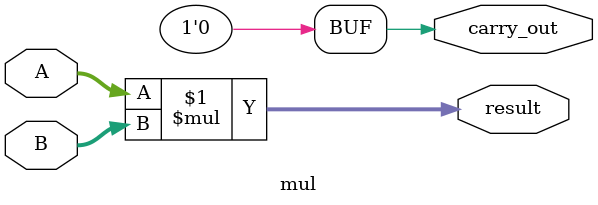
<source format=v>
module mul #(parameter WIDTH = 4) (
    input [WIDTH-1:0] A, B,
    output [2*WIDTH-1:0] result,
    output carry_out  // Always 0, as 8-bit output fits
);
    assign result = A * B;  // 4x4 multiplication
    assign carry_out = 0;
endmodule
</source>
